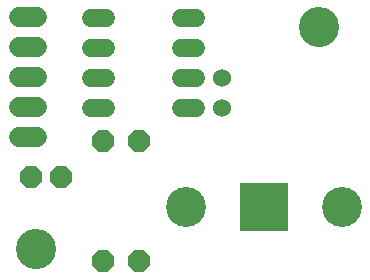
<source format=gbr>
G04 EAGLE Gerber RS-274X export*
G75*
%MOMM*%
%FSLAX34Y34*%
%LPD*%
%INSoldermask Top*%
%IPPOS*%
%AMOC8*
5,1,8,0,0,1.08239X$1,22.5*%
G01*
%ADD10C,3.403200*%
%ADD11C,1.524000*%
%ADD12C,1.524000*%
%ADD13R,4.165600X4.165600*%
%ADD14C,3.378200*%
%ADD15P,2.034460X8X112.500000*%
%ADD16P,2.034460X8X292.500000*%
%ADD17C,1.727200*%
%ADD18P,2.034460X8X202.500000*%


D10*
X266700Y213360D03*
X26670Y25400D03*
D11*
X184150Y170180D03*
X184150Y144780D03*
D12*
X162814Y144780D02*
X149606Y144780D01*
X149606Y170180D02*
X162814Y170180D01*
X162814Y195580D02*
X149606Y195580D01*
X149606Y220980D02*
X162814Y220980D01*
X86614Y220980D02*
X73406Y220980D01*
X73406Y195580D02*
X86614Y195580D01*
X86614Y170180D02*
X73406Y170180D01*
X73406Y144780D02*
X86614Y144780D01*
D13*
X219710Y60960D03*
D14*
X285750Y60960D03*
X153670Y60960D03*
D15*
X83820Y15240D03*
X83820Y116840D03*
D16*
X114300Y116840D03*
X114300Y15240D03*
D17*
X27940Y120650D02*
X12700Y120650D01*
X12700Y146050D02*
X27940Y146050D01*
X27940Y171450D02*
X12700Y171450D01*
X12700Y196850D02*
X27940Y196850D01*
X27940Y222250D02*
X12700Y222250D01*
D18*
X48260Y86360D03*
X22860Y86360D03*
M02*

</source>
